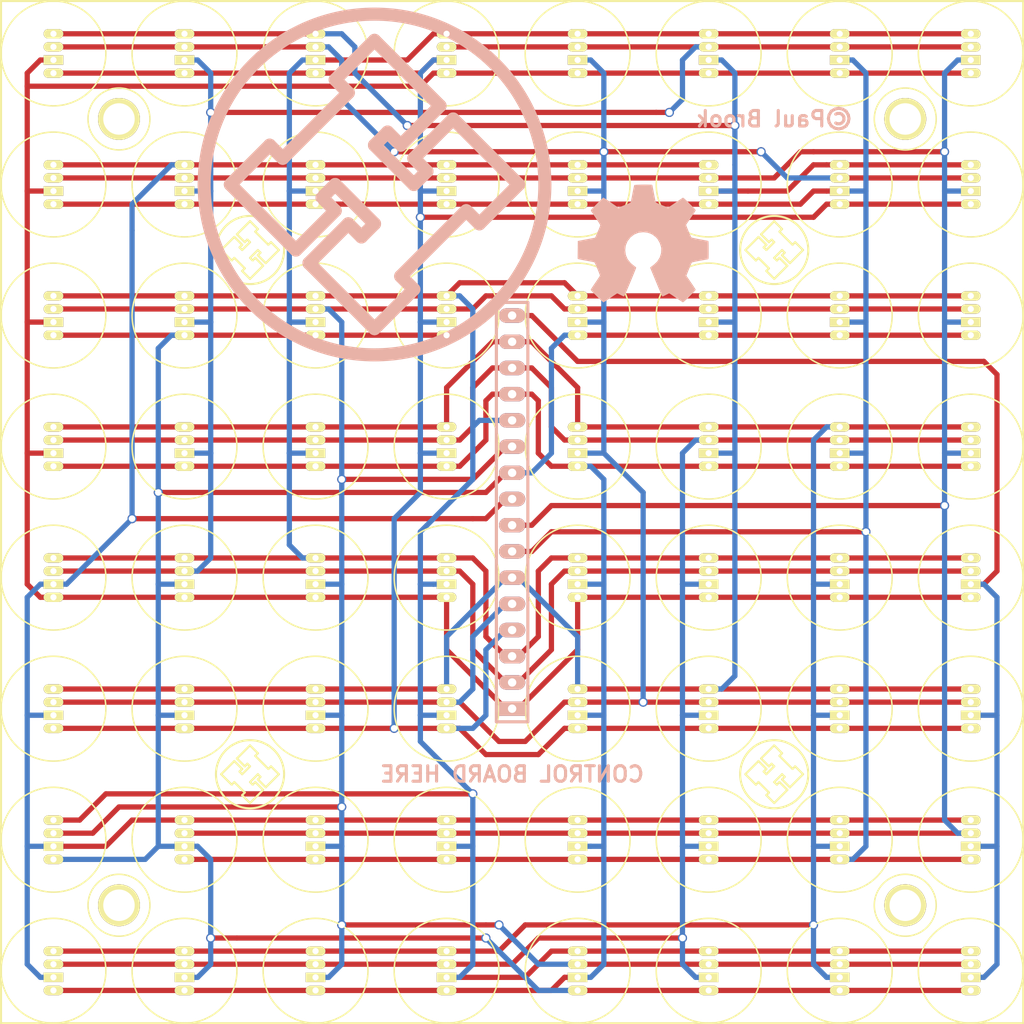
<source format=kicad_pcb>
(kicad_pcb (version 20221018) (generator pcbnew)
  (layers (0 "F.Cu" signal) (31 "B.Cu" signal) (34 "B.Paste" user) (35 "F.Paste" user) (36 "B.SilkS" user) (37 "F.SilkS" user) (38 "B.Mask" user) (39 "F.Mask" user) (44 "Edge.Cuts" user))
  (net 0 "")
  (net 1 "/A")
  (net 2 "/B")
  (net 3 "/C")
  (net 4 "/D")
  (net 5 "/E")
  (net 6 "/F")
  (net 7 "/G")
  (net 8 "/H")
  (net 9 "/J")
  (net 10 "/K")
  (net 11 "/M")
  (net 12 "/N")
  (net 13 "/P")
  (net 14 "/Q")
  (net 15 "/R")
  (net 16 "/S")
  (footprint "RGB_LED_10_S" (layer "F.Cu") (at 31.75 31.75 90)
    (fp_text reference "D1" hide)
    (fp_text value "RGBLED" hide)
  )
  (footprint "RGB_LED_10_S" (layer "F.Cu") (at 31.75 44.45 90)
    (fp_text reference "D2" hide)
    (fp_text value "RGBLED" hide)
  )
  (footprint "RGB_LED_10_S" (layer "F.Cu") (at 31.75 57.15 90)
    (fp_text reference "D3" hide)
    (fp_text value "RGBLED" hide)
  )
  (footprint "RGB_LED_10_S" (layer "F.Cu") (at 31.75 69.85 90)
    (fp_text reference "D4" hide)
    (fp_text value "RGBLED" hide)
  )
  (footprint "RGB_LED_10_S" (layer "F.Cu") (at 31.75 82.55 90)
    (fp_text reference "D5" hide)
    (fp_text value "RGBLED" hide)
  )
  (footprint "RGB_LED_10_S" (layer "F.Cu") (at 31.75 95.25 90)
    (fp_text reference "D6" hide)
    (fp_text value "RGBLED" hide)
  )
  (footprint "RGB_LED_10_S" (layer "F.Cu") (at 31.75 107.95 90)
    (fp_text reference "D7" hide)
    (fp_text value "RGBLED" hide)
  )
  (footprint "RGB_LED_10_S" (layer "F.Cu") (at 31.75 120.65 90)
    (fp_text reference "D8" hide)
    (fp_text value "RGBLED" hide)
  )
  (footprint "RGB_LED_10_S" (layer "F.Cu") (at 44.45 31.75 90)
    (fp_text reference "D9" hide)
    (fp_text value "RGBLED" hide)
  )
  (footprint "RGB_LED_10_S" (layer "F.Cu") (at 44.45 44.45 90)
    (fp_text reference "D10" hide)
    (fp_text value "RGBLED" hide)
  )
  (footprint "RGB_LED_10_S" (layer "F.Cu") (at 44.45 57.15 90)
    (fp_text reference "D11" hide)
    (fp_text value "RGBLED" hide)
  )
  (footprint "RGB_LED_10_S" (layer "F.Cu") (at 44.45 69.85 90)
    (fp_text reference "D12" hide)
    (fp_text value "RGBLED" hide)
  )
  (footprint "RGB_LED_10_S" (layer "F.Cu") (at 44.45 82.55 90)
    (fp_text reference "D13" hide)
    (fp_text value "RGBLED" hide)
  )
  (footprint "RGB_LED_10_S" (layer "F.Cu") (at 44.45 95.25 90)
    (fp_text reference "D14" hide)
    (fp_text value "RGBLED" hide)
  )
  (footprint "RGB_LED_10_S" (layer "F.Cu") (at 44.45 107.95 90)
    (fp_text reference "D15" hide)
    (fp_text value "RGBLED" hide)
  )
  (footprint "RGB_LED_10_S" (layer "F.Cu") (at 82.55 31.75 90)
    (fp_text reference "D33" hide)
    (fp_text value "RGBLED" hide)
  )
  (footprint "RGB_LED_10_S" (layer "F.Cu") (at 107.95 31.75 90)
    (fp_text reference "D49" hide)
    (fp_text value "RGBLED" hide)
  )
  (footprint "RGB_LED_10_S" (layer "F.Cu") (at 107.95 44.45 90)
    (fp_text reference "D50" hide)
    (fp_text value "RGBLED" hide)
  )
  (footprint "RGB_LED_10_S" (layer "F.Cu") (at 107.95 57.15 90)
    (fp_text reference "D51" hide)
    (fp_text value "RGBLED" hide)
  )
  (footprint "RGB_LED_10_S" (layer "F.Cu") (at 107.95 69.85 90)
    (fp_text reference "D52" hide)
    (fp_text value "RGBLED" hide)
  )
  (footprint "RGB_LED_10_S" (layer "F.Cu") (at 107.95 82.55 90)
    (fp_text reference "D53" hide)
    (fp_text value "RGBLED" hide)
  )
  (footprint "RGB_LED_10_S" (layer "F.Cu") (at 44.45 120.65 90)
    (fp_text reference "D16" hide)
    (fp_text value "RGBLED" hide)
  )
  (footprint "RGB_LED_10_S" (layer "F.Cu") (at 57.15 31.75 90)
    (fp_text reference "D17" hide)
    (fp_text value "RGBLED" hide)
  )
  (footprint "RGB_LED_10_S" (layer "F.Cu") (at 57.15 44.45 90)
    (fp_text reference "D18" hide)
    (fp_text value "RGBLED" hide)
  )
  (footprint "RGB_LED_10_S" (layer "F.Cu") (at 57.15 57.15 90)
    (fp_text reference "D19" hide)
    (fp_text value "RGBLED" hide)
  )
  (footprint "RGB_LED_10_S" (layer "F.Cu") (at 69.85 31.75 90)
    (fp_text reference "D25" hide)
    (fp_text value "RGBLED" hide)
  )
  (footprint "RGB_LED_10_S" (layer "F.Cu") (at 69.85 44.45 90)
    (fp_text reference "D26" hide)
    (fp_text value "RGBLED" hide)
  )
  (footprint "RGB_LED_10_S" (layer "F.Cu") (at 69.85 57.15 90)
    (fp_text reference "D27" hide)
    (fp_text value "RGBLED" hide)
  )
  (footprint "RGB_LED_10_S" (layer "F.Cu") (at 120.65 82.55 90)
    (fp_text reference "D61" hide)
    (fp_text value "RGBLED" hide)
  )
  (footprint "RGB_LED_10_S" (layer "F.Cu") (at 82.55 44.45 90)
    (fp_text reference "D34" hide)
    (fp_text value "RGBLED" hide)
  )
  (footprint "RGB_LED_10_S" (layer "F.Cu") (at 82.55 57.15 90)
    (fp_text reference "D35" hide)
    (fp_text value "RGBLED" hide)
  )
  (footprint "RGB_LED_10_S" (layer "F.Cu") (at 95.25 95.25 90)
    (fp_text reference "D46" hide)
    (fp_text value "RGBLED" hide)
  )
  (footprint "RGB_LED_10_S" (layer "F.Cu") (at 95.25 107.95 90)
    (fp_text reference "D47" hide)
    (fp_text value "RGBLED" hide)
  )
  (footprint "RGB_LED_10_S" (layer "F.Cu") (at 95.25 120.65 90)
    (fp_text reference "D48" hide)
    (fp_text value "RGBLED" hide)
  )
  (footprint "RGB_LED_10_S" (layer "F.Cu") (at 107.95 95.25 90)
    (fp_text reference "D54" hide)
    (fp_text value "RGBLED" hide)
  )
  (footprint "RGB_LED_10_S" (layer "F.Cu") (at 107.95 107.95 90)
    (fp_text reference "D55" hide)
    (fp_text value "RGBLED" hide)
  )
  (footprint "RGB_LED_10_S" (layer "F.Cu") (at 107.95 120.65 90)
    (fp_text reference "D56" hide)
    (fp_text value "RGBLED" hide)
  )
  (footprint "RGB_LED_10_S" (layer "F.Cu") (at 120.65 95.25 90)
    (fp_text reference "D62" hide)
    (fp_text value "RGBLED" hide)
  )
  (footprint "RGB_LED_10_S" (layer "F.Cu") (at 120.65 107.95 90)
    (fp_text reference "D63" hide)
    (fp_text value "RGBLED" hide)
  )
  (footprint "RGB_LED_10_S" (layer "F.Cu") (at 120.65 120.65 90)
    (fp_text reference "D64" hide)
    (fp_text value "RGBLED" hide)
  )
  (footprint "RGB_LED_10_S" (layer "F.Cu") (at 82.55 95.25 90)
    (fp_text reference "D38" hide)
    (fp_text value "RGBLED" hide)
  )
  (footprint "RGB_LED_10_S" (layer "F.Cu") (at 57.15 82.55 90)
    (fp_text reference "D21" hide)
    (fp_text value "RGBLED" hide)
  )
  (footprint "RGB_LED_10_S" (layer "F.Cu") (at 57.15 95.25 90)
    (fp_text reference "D22" hide)
    (fp_text value "RGBLED" hide)
  )
  (footprint "RGB_LED_10_S" (layer "F.Cu") (at 57.15 107.95 90)
    (fp_text reference "D23" hide)
    (fp_text value "RGBLED" hide)
  )
  (footprint "RGB_LED_10_S" (layer "F.Cu") (at 57.15 120.65 90)
    (fp_text reference "D24" hide)
    (fp_text value "RGBLED" hide)
  )
  (footprint "RGB_LED_10_S" (layer "F.Cu") (at 69.85 69.85 90)
    (fp_text reference "D28" hide)
    (fp_text value "RGBLED" hide)
  )
  (footprint "RGB_LED_10_S" (layer "F.Cu") (at 69.85 82.55 90)
    (fp_text reference "D29" hide)
    (fp_text value "RGBLED" hide)
  )
  (footprint "RGB_LED_10_S" (layer "F.Cu") (at 69.85 95.25 90)
    (fp_text reference "D30" hide)
    (fp_text value "RGBLED" hide)
  )
  (footprint "RGB_LED_10_S" (layer "F.Cu") (at 69.85 107.95 90)
    (fp_text reference "D31" hide)
    (fp_text value "RGBLED" hide)
  )
  (footprint "RGB_LED_10_S" (layer "F.Cu") (at 69.85 120.65 90)
    (fp_text reference "D32" hide)
    (fp_text value "RGBLED" hide)
  )
  (footprint "RGB_LED_10_S" (layer "F.Cu") (at 82.55 69.85 90)
    (fp_text reference "D36" hide)
    (fp_text value "RGBLED" hide)
  )
  (footprint "RGB_LED_10_S" (layer "F.Cu") (at 82.55 82.55 90)
    (fp_text reference "D37" hide)
    (fp_text value "RGBLED" hide)
  )
  (footprint "RGB_LED_10_S" (layer "F.Cu") (at 57.15 69.85 90)
    (fp_text reference "D20" hide)
    (fp_text value "RGBLED" hide)
  )
  (footprint "RGB_LED_10_S" (layer "F.Cu") (at 82.55 107.95 90)
    (fp_text reference "D39" hide)
    (fp_text value "RGBLED" hide)
  )
  (footprint "RGB_LED_10_S" (layer "F.Cu") (at 82.55 120.65 90)
    (fp_text reference "D40" hide)
    (fp_text value "RGBLED" hide)
  )
  (footprint "RGB_LED_10_S" (layer "F.Cu") (at 95.25 31.75 90)
    (fp_text reference "D41" hide)
    (fp_text value "RGBLED" hide)
  )
  (footprint "RGB_LED_10_S" (layer "F.Cu") (at 95.25 44.45 90)
    (fp_text reference "D42" hide)
    (fp_text value "RGBLED" hide)
  )
  (footprint "RGB_LED_10_S" (layer "F.Cu") (at 95.25 57.15 90)
    (fp_text reference "D43" hide)
    (fp_text value "RGBLED" hide)
  )
  (footprint "RGB_LED_10_S" (layer "F.Cu") (at 95.25 69.85 90)
    (fp_text reference "D44" hide)
    (fp_text value "RGBLED" hide)
  )
  (footprint "RGB_LED_10_S" (layer "F.Cu") (at 95.25 82.55 90)
    (fp_text reference "D45" hide)
    (fp_text value "RGBLED" hide)
  )
  (footprint "RGB_LED_10_S" (layer "F.Cu") (at 120.65 31.75 90)
    (fp_text reference "D57" hide)
    (fp_text value "RGBLED" hide)
  )
  (footprint "RGB_LED_10_S" (layer "F.Cu") (at 120.65 44.45 90)
    (fp_text reference "D58" hide)
    (fp_text value "RGBLED" hide)
  )
  (footprint "RGB_LED_10_S" (layer "F.Cu") (at 120.65 57.15 90)
    (fp_text reference "D59" hide)
    (fp_text value "RGBLED" hide)
  )
  (footprint "RGB_LED_10_S" (layer "F.Cu") (at 120.65 69.85 90)
    (fp_text reference "D60" hide)
    (fp_text value "RGBLED" hide)
  )
  (footprint "HOLE3" (layer "F.Cu") (at 114.3 113.665 -90)
    (fp_text reference "P2" hide)
    (fp_text value "CONN_1" hide)
  )
  (footprint "HOLE3" (layer "F.Cu") (at 38.1 113.665 -90)
    (fp_text reference "P3" hide)
    (fp_text value "CONN_1" hide)
  )
  (footprint "HOLE3" (layer "F.Cu") (at 114.3 37.465 -90)
    (fp_text reference "P4" hide)
    (fp_text value "CONN_1" hide)
  )
  (footprint "HOLE3" (layer "F.Cu") (at 38.1 37.465)
    (fp_text reference "P5" hide)
    (fp_text value "CONN_1" hide)
  )
  (footprint "LOGO_SMALL" (layer "F.Cu") (at 101.6 100.965)
    (fp_text reference "LOGO_SMALL3" hide)
    (fp_text value "LOGO_S3" hide)
  )
  (footprint "LOGO_SMALL" (layer "F.Cu") (at 50.8 100.965)
    (fp_text reference "LOGO_SMALL2" hide)
    (fp_text value "LOGO_S2" hide)
  )
  (footprint "LOGO_SMALL" (layer "F.Cu") (at 50.8 50.165)
    (fp_text reference "LOGO_SMALL1" hide)
    (fp_text value "LOGO_S1" hide)
  )
  (footprint "LOGO_SMALL" (layer "F.Cu") (at 101.6 50.165)
    (fp_text reference "LOGO_SMALL4" hide)
    (fp_text value "LOGO_S4" hide)
  )
  (footprint "SIL-16-ELL" (layer "B.Cu") (at 76.2 75.565 90)
    (fp_text reference "P1" hide)
    (fp_text value "CONN_16" hide)
  )
  (footprint "HACKSPACE_LOGO" (layer "B.Cu") (at 62.865 43.815)
    (fp_text reference "HACKSPACE_LOGO" hide)
    (fp_text value "VAL**" hide)
  )
  (footprint "OSHW_LOGO" (layer "B.Cu") (at 88.9 49.53)
    (fp_text reference "G***" hide)
    (fp_text value "OSHW_LOGO" hide)
  )
  (gr_line (start 125.73 26.035) (end 125.73 125.095) (stroke (width 0.2)) (layer "F.SilkS"))
  (gr_line (start 125.73 125.095) (end 26.67 125.095) (stroke (width 0.2)) (layer "F.SilkS"))
  (gr_line (start 26.67 26.035) (end 125.73 26.035) (stroke (width 0.2)) (layer "F.SilkS"))
  (gr_line (start 26.67 125.095) (end 26.67 26.035) (stroke (width 0.2)) (layer "F.SilkS"))
  (gr_text "CONTROL BOARD HERE" (at 76.2 100.965) (layer "B.SilkS") (effects (font (size 1.5 1.5) (thickness 0.3)) (justify mirror)))
  (gr_text "©Paul Brook" (at 101.6 37.465) (layer "B.SilkS") (effects (font (size 1.5 1.5) (thickness 0.3)) (justify mirror)))
  (segment (start 82.55 33.02) (end 95.25 33.02) (width 0.508) (layer "F.Cu") (net 1))
  (segment (start 95.25 33.02) (end 107.95 33.02) (width 0.508) (layer "F.Cu") (net 1))
  (segment (start 107.95 33.02) (end 120.65 33.02) (width 0.508) (layer "F.Cu") (net 1))
  (segment (start 107.95 83.82) (end 95.25 83.82) (width 0.508) (layer "F.Cu") (net 1))
  (segment (start 95.25 83.82) (end 82.55 83.82) (width 0.508) (layer "F.Cu") (net 1))
  (segment (start 57.15 83.82) (end 44.45 83.82) (width 0.508) (layer "F.Cu") (net 1))
  (segment (start 44.45 83.82) (end 31.75 83.82) (width 0.508) (layer "F.Cu") (net 1))
  (segment (start 30.48 31.75) (end 29.21 33.02) (width 0.508) (layer "F.Cu") (net 1))
  (segment (start 29.21 33.02) (end 29.21 34.29) (width 0.508) (layer "F.Cu") (net 1))
  (segment (start 29.21 82.55) (end 30.48 83.82) (width 0.508) (layer "F.Cu") (net 1))
  (segment (start 30.48 83.82) (end 31.75 83.82) (width 0.508) (layer "F.Cu") (net 1))
  (segment (start 29.21 69.85) (end 29.21 82.55) (width 0.508) (layer "F.Cu") (net 1))
  (segment (start 29.21 57.15) (end 29.21 69.85) (width 0.508) (layer "F.Cu") (net 1))
  (segment (start 29.21 44.45) (end 29.21 57.15) (width 0.508) (layer "F.Cu") (net 1))
  (segment (start 29.21 34.29) (end 29.21 44.45) (width 0.508) (layer "F.Cu") (net 1))
  (segment (start 68.58 33.02) (end 69.85 33.02) (width 0.508) (layer "F.Cu") (net 1))
  (segment (start 75.565 94.615) (end 71.12 90.17) (width 0.508) (layer "F.Cu") (net 1))
  (segment (start 76.835 94.615) (end 81.28 90.17) (width 0.508) (layer "F.Cu") (net 1))
  (segment (start 69.85 88.9) (end 71.12 90.17) (width 0.508) (layer "F.Cu") (net 1))
  (segment (start 82.55 88.9) (end 81.28 90.17) (width 0.508) (layer "F.Cu") (net 1))
  (segment (start 69.85 83.82) (end 69.85 88.9) (width 0.508) (layer "F.Cu") (net 1))
  (segment (start 67.31 34.29) (end 68.58 33.02) (width 0.508) (layer "F.Cu") (net 1))
  (segment (start 31.75 69.85) (end 29.21 69.85) (width 0.508) (layer "F.Cu") (net 1))
  (segment (start 82.55 83.82) (end 82.55 88.9) (width 0.508) (layer "F.Cu") (net 1))
  (segment (start 31.75 44.45) (end 29.21 44.45) (width 0.508) (layer "F.Cu") (net 1))
  (segment (start 69.85 83.82) (end 57.15 83.82) (width 0.508) (layer "F.Cu") (net 1))
  (segment (start 69.85 33.02) (end 82.55 33.02) (width 0.508) (layer "F.Cu") (net 1))
  (segment (start 29.21 34.29) (end 67.31 34.29) (width 0.508) (layer "F.Cu") (net 1))
  (segment (start 76.2 94.615) (end 75.565 94.615) (width 0.508) (layer "F.Cu") (net 1))
  (segment (start 31.75 57.15) (end 29.21 57.15) (width 0.508) (layer "F.Cu") (net 1))
  (segment (start 31.75 31.75) (end 30.48 31.75) (width 0.508) (layer "F.Cu") (net 1))
  (segment (start 76.2 94.615) (end 76.835 94.615) (width 0.508) (layer "F.Cu") (net 1))
  (segment (start 120.65 83.82) (end 107.95 83.82) (width 0.508) (layer "F.Cu") (net 1))
  (segment (start 107.95 30.48) (end 95.25 30.48) (width 0.508) (layer "F.Cu") (net 2))
  (segment (start 95.25 30.48) (end 82.55 30.48) (width 0.508) (layer "F.Cu") (net 2))
  (segment (start 82.55 30.48) (end 69.85 30.48) (width 0.508) (layer "F.Cu") (net 2))
  (segment (start 107.95 81.28) (end 95.25 81.28) (width 0.508) (layer "F.Cu") (net 2))
  (segment (start 95.25 81.28) (end 82.55 81.28) (width 0.508) (layer "F.Cu") (net 2))
  (segment (start 57.15 81.28) (end 44.45 81.28) (width 0.508) (layer "F.Cu") (net 2))
  (segment (start 44.45 81.28) (end 31.75 81.28) (width 0.508) (layer "F.Cu") (net 2))
  (segment (start 72.39 82.55) (end 71.12 81.28) (width 0.508) (layer "F.Cu") (net 2))
  (segment (start 71.12 81.28) (end 69.85 81.28) (width 0.508) (layer "F.Cu") (net 2))
  (segment (start 75.565 92.075) (end 72.39 88.9) (width 0.508) (layer "F.Cu") (net 2))
  (segment (start 72.39 88.9) (end 72.39 82.55) (width 0.508) (layer "F.Cu") (net 2))
  (segment (start 76.835 92.075) (end 80.01 88.9) (width 0.508) (layer "F.Cu") (net 2))
  (segment (start 80.01 88.9) (end 80.01 82.55) (width 0.508) (layer "F.Cu") (net 2))
  (segment (start 80.01 82.55) (end 81.28 81.28) (width 0.508) (layer "F.Cu") (net 2))
  (segment (start 81.28 81.28) (end 82.55 81.28) (width 0.508) (layer "F.Cu") (net 2))
  (segment (start 91.44 36.83) (end 90.17 36.83) (width 0.508) (layer "F.Cu") (net 2))
  (segment (start 90.17 36.83) (end 46.99 36.83) (width 0.508) (layer "F.Cu") (net 2))
  (segment (start 120.65 81.28) (end 107.95 81.28) (width 0.508) (layer "F.Cu") (net 2))
  (segment (start 69.85 81.28) (end 57.15 81.28) (width 0.508) (layer "F.Cu") (net 2))
  (segment (start 76.2 92.075) (end 75.565 92.075) (width 0.508) (layer "F.Cu") (net 2))
  (segment (start 76.2 92.075) (end 76.835 92.075) (width 0.508) (layer "F.Cu") (net 2))
  (segment (start 120.65 30.48) (end 107.95 30.48) (width 0.508) (layer "F.Cu") (net 2))
  (via (at 91.44 36.83) (size 0.889) (drill 0.635) (layers "F.Cu" "B.Cu") (net 2))
  (via (at 46.99 36.83) (size 0.889) (drill 0.635) (layers "F.Cu" "B.Cu") (net 2))
  (segment (start 45.72 31.75) (end 46.99 33.02) (width 0.508) (layer "B.Cu") (net 2))
  (segment (start 46.99 33.02) (end 46.99 36.83) (width 0.508) (layer "B.Cu") (net 2))
  (segment (start 46.99 80.01) (end 45.72 81.28) (width 0.508) (layer "B.Cu") (net 2))
  (segment (start 45.72 81.28) (end 44.45 81.28) (width 0.508) (layer "B.Cu") (net 2))
  (segment (start 46.99 69.85) (end 46.99 80.01) (width 0.508) (layer "B.Cu") (net 2))
  (segment (start 46.99 57.15) (end 46.99 69.85) (width 0.508) (layer "B.Cu") (net 2))
  (segment (start 46.99 44.45) (end 46.99 57.15) (width 0.508) (layer "B.Cu") (net 2))
  (segment (start 46.99 36.83) (end 46.99 44.45) (width 0.508) (layer "B.Cu") (net 2))
  (segment (start 92.71 31.75) (end 93.98 30.48) (width 0.508) (layer "B.Cu") (net 2))
  (segment (start 95.25 30.48) (end 93.98 30.48) (width 0.508) (layer "B.Cu") (net 2))
  (segment (start 92.71 35.56) (end 92.71 31.75) (width 0.508) (layer "B.Cu") (net 2))
  (segment (start 44.45 44.45) (end 46.99 44.45) (width 0.508) (layer "B.Cu") (net 2))
  (segment (start 44.45 31.75) (end 45.72 31.75) (width 0.508) (layer "B.Cu") (net 2))
  (segment (start 92.71 35.56) (end 91.44 36.83) (width 0.508) (layer "B.Cu") (net 2))
  (segment (start 44.45 69.85) (end 46.99 69.85) (width 0.508) (layer "B.Cu") (net 2))
  (segment (start 46.99 57.15) (end 44.45 57.15) (width 0.508) (layer "B.Cu") (net 2))
  (segment (start 82.55 29.21) (end 95.25 29.21) (width 0.508) (layer "F.Cu") (net 3))
  (segment (start 95.25 29.21) (end 107.95 29.21) (width 0.508) (layer "F.Cu") (net 3))
  (segment (start 107.95 29.21) (end 120.65 29.21) (width 0.508) (layer "F.Cu") (net 3))
  (segment (start 107.95 80.01) (end 95.25 80.01) (width 0.508) (layer "F.Cu") (net 3))
  (segment (start 95.25 80.01) (end 82.55 80.01) (width 0.508) (layer "F.Cu") (net 3))
  (segment (start 44.45 80.01) (end 31.75 80.01) (width 0.508) (layer "F.Cu") (net 3))
  (segment (start 57.15 80.01) (end 69.85 80.01) (width 0.508) (layer "F.Cu") (net 3))
  (segment (start 66.04 31.75) (end 68.58 29.21) (width 0.508) (layer "F.Cu") (net 3))
  (segment (start 68.58 29.21) (end 69.85 29.21) (width 0.508) (layer "F.Cu") (net 3))
  (segment (start 73.66 81.28) (end 72.39 80.01) (width 0.508) (layer "F.Cu") (net 3))
  (segment (start 72.39 80.01) (end 69.85 80.01) (width 0.508) (layer "F.Cu") (net 3))
  (segment (start 75.565 89.535) (end 73.66 87.63) (width 0.508) (layer "F.Cu") (net 3))
  (segment (start 73.66 87.63) (end 73.66 81.28) (width 0.508) (layer "F.Cu") (net 3))
  (segment (start 76.835 89.535) (end 78.74 87.63) (width 0.508) (layer "F.Cu") (net 3))
  (segment (start 78.74 87.63) (end 78.74 81.28) (width 0.508) (layer "F.Cu") (net 3))
  (segment (start 78.74 81.28) (end 80.01 80.01) (width 0.508) (layer "F.Cu") (net 3))
  (segment (start 80.01 80.01) (end 82.55 80.01) (width 0.508) (layer "F.Cu") (net 3))
  (segment (start 69.85 29.21) (end 82.55 29.21) (width 0.508) (layer "F.Cu") (net 3))
  (segment (start 44.45 80.01) (end 57.15 80.01) (width 0.508) (layer "F.Cu") (net 3))
  (segment (start 57.15 31.75) (end 66.04 31.75) (width 0.508) (layer "F.Cu") (net 3))
  (segment (start 120.65 80.01) (end 107.95 80.01) (width 0.508) (layer "F.Cu") (net 3))
  (segment (start 76.2 89.535) (end 76.835 89.535) (width 0.508) (layer "F.Cu") (net 3))
  (segment (start 76.2 89.535) (end 75.565 89.535) (width 0.508) (layer "F.Cu") (net 3))
  (segment (start 55.88 31.75) (end 54.61 33.02) (width 0.508) (layer "B.Cu") (net 3))
  (segment (start 54.61 33.02) (end 54.61 44.45) (width 0.508) (layer "B.Cu") (net 3))
  (segment (start 54.61 78.74) (end 55.88 80.01) (width 0.508) (layer "B.Cu") (net 3))
  (segment (start 55.88 80.01) (end 57.15 80.01) (width 0.508) (layer "B.Cu") (net 3))
  (segment (start 54.61 69.85) (end 54.61 78.74) (width 0.508) (layer "B.Cu") (net 3))
  (segment (start 54.61 57.15) (end 54.61 69.85) (width 0.508) (layer "B.Cu") (net 3))
  (segment (start 54.61 44.45) (end 54.61 57.15) (width 0.508) (layer "B.Cu") (net 3))
  (segment (start 57.15 44.45) (end 54.61 44.45) (width 0.508) (layer "B.Cu") (net 3))
  (segment (start 57.15 31.75) (end 55.88 31.75) (width 0.508) (layer "B.Cu") (net 3))
  (segment (start 57.15 69.85) (end 54.61 69.85) (width 0.508) (layer "B.Cu") (net 3))
  (segment (start 57.15 57.15) (end 54.61 57.15) (width 0.508) (layer "B.Cu") (net 3))
  (segment (start 44.45 33.02) (end 31.75 33.02) (width 0.508) (layer "F.Cu") (net 4))
  (segment (start 107.95 96.52) (end 95.25 96.52) (width 0.508) (layer "F.Cu") (net 4))
  (segment (start 95.25 96.52) (end 82.55 96.52) (width 0.508) (layer "F.Cu") (net 4))
  (segment (start 57.15 96.52) (end 44.45 96.52) (width 0.508) (layer "F.Cu") (net 4))
  (segment (start 44.45 96.52) (end 31.75 96.52) (width 0.508) (layer "F.Cu") (net 4))
  (segment (start 68.58 31.75) (end 67.31 33.02) (width 0.508) (layer "F.Cu") (net 4))
  (segment (start 67.31 33.02) (end 57.15 33.02) (width 0.508) (layer "F.Cu") (net 4))
  (segment (start 64.77 96.52) (end 57.15 96.52) (width 0.508) (layer "F.Cu") (net 4))
  (segment (start 71.12 96.52) (end 73.66 99.06) (width 0.508) (layer "F.Cu") (net 4))
  (segment (start 73.66 99.06) (end 78.74 99.06) (width 0.508) (layer "F.Cu") (net 4))
  (segment (start 78.74 99.06) (end 81.28 96.52) (width 0.508) (layer "F.Cu") (net 4))
  (segment (start 81.28 96.52) (end 82.55 96.52) (width 0.508) (layer "F.Cu") (net 4))
  (segment (start 106.68 45.72) (end 105.41 46.99) (width 0.508) (layer "F.Cu") (net 4))
  (segment (start 105.41 46.99) (end 67.31 46.99) (width 0.508) (layer "F.Cu") (net 4))
  (segment (start 57.15 33.02) (end 44.45 33.02) (width 0.508) (layer "F.Cu") (net 4))
  (segment (start 120.65 45.72) (end 107.95 45.72) (width 0.508) (layer "F.Cu") (net 4))
  (segment (start 107.95 45.72) (end 106.68 45.72) (width 0.508) (layer "F.Cu") (net 4))
  (segment (start 69.85 96.52) (end 64.77 96.52) (width 0.508) (layer "F.Cu") (net 4))
  (segment (start 69.85 31.75) (end 68.58 31.75) (width 0.508) (layer "F.Cu") (net 4))
  (segment (start 120.65 96.52) (end 107.95 96.52) (width 0.508) (layer "F.Cu") (net 4))
  (segment (start 69.85 96.52) (end 71.12 96.52) (width 0.508) (layer "F.Cu") (net 4))
  (via (at 67.31 46.99) (size 0.889) (drill 0.635) (layers "F.Cu" "B.Cu") (net 4))
  (via (at 64.77 96.52) (size 0.889) (drill 0.635) (layers "F.Cu" "B.Cu") (net 4))
  (segment (start 68.58 31.75) (end 67.31 33.02) (width 0.508) (layer "B.Cu") (net 4))
  (segment (start 67.31 33.02) (end 67.31 44.45) (width 0.508) (layer "B.Cu") (net 4))
  (segment (start 67.31 69.85) (end 67.31 73.66) (width 0.508) (layer "B.Cu") (net 4))
  (segment (start 67.31 57.15) (end 67.31 69.85) (width 0.508) (layer "B.Cu") (net 4))
  (segment (start 67.31 44.45) (end 67.31 46.99) (width 0.508) (layer "B.Cu") (net 4))
  (segment (start 64.77 76.2) (end 64.77 96.52) (width 0.508) (layer "B.Cu") (net 4))
  (segment (start 75.565 86.995) (end 73.66 88.9) (width 0.508) (layer "B.Cu") (net 4))
  (segment (start 73.66 88.9) (end 73.66 95.25) (width 0.508) (layer "B.Cu") (net 4))
  (segment (start 73.66 95.25) (end 72.39 96.52) (width 0.508) (layer "B.Cu") (net 4))
  (segment (start 72.39 96.52) (end 69.85 96.52) (width 0.508) (layer "B.Cu") (net 4))
  (segment (start 67.31 46.99) (end 67.31 57.15) (width 0.508) (layer "B.Cu") (net 4))
  (segment (start 76.2 86.995) (end 75.565 86.995) (width 0.508) (layer "B.Cu") (net 4))
  (segment (start 69.85 31.75) (end 68.58 31.75) (width 0.508) (layer "B.Cu") (net 4))
  (segment (start 69.85 44.45) (end 67.31 44.45) (width 0.508) (layer "B.Cu") (net 4))
  (segment (start 69.85 69.85) (end 67.31 69.85) (width 0.508) (layer "B.Cu") (net 4))
  (segment (start 67.31 73.66) (end 64.77 76.2) (width 0.508) (layer "B.Cu") (net 4))
  (segment (start 69.85 57.15) (end 67.31 57.15) (width 0.508) (layer "B.Cu") (net 4))
  (segment (start 44.45 30.48) (end 57.15 30.48) (width 0.508) (layer "F.Cu") (net 5))
  (segment (start 107.95 93.98) (end 95.25 93.98) (width 0.508) (layer "F.Cu") (net 5))
  (segment (start 95.25 93.98) (end 88.9 93.98) (width 0.508) (layer "F.Cu") (net 5))
  (segment (start 57.15 93.98) (end 44.45 93.98) (width 0.508) (layer "F.Cu") (net 5))
  (segment (start 44.45 93.98) (end 31.75 93.98) (width 0.508) (layer "F.Cu") (net 5))
  (segment (start 88.9 93.98) (end 82.55 93.98) (width 0.508) (layer "F.Cu") (net 5))
  (segment (start 81.28 93.98) (end 77.47 97.79) (width 0.508) (layer "F.Cu") (net 5))
  (segment (start 77.47 97.79) (end 74.93 97.79) (width 0.508) (layer "F.Cu") (net 5))
  (segment (start 74.93 97.79) (end 71.12 93.98) (width 0.508) (layer "F.Cu") (net 5))
  (segment (start 71.12 93.98) (end 69.85 93.98) (width 0.508) (layer "F.Cu") (net 5))
  (segment (start 100.33 40.64) (end 85.09 40.64) (width 0.508) (layer "F.Cu") (net 5))
  (segment (start 120.65 93.98) (end 107.95 93.98) (width 0.508) (layer "F.Cu") (net 5))
  (segment (start 31.75 30.48) (end 44.45 30.48) (width 0.508) (layer "F.Cu") (net 5))
  (segment (start 120.65 43.18) (end 107.95 43.18) (width 0.508) (layer "F.Cu") (net 5))
  (segment (start 85.09 40.64) (end 66.04 40.64) (width 0.508) (layer "F.Cu") (net 5))
  (segment (start 69.85 93.98) (end 57.15 93.98) (width 0.508) (layer "F.Cu") (net 5))
  (segment (start 82.55 93.98) (end 81.28 93.98) (width 0.508) (layer "F.Cu") (net 5))
  (segment (start 66.04 40.64) (end 64.77 40.64) (width 0.508) (layer "F.Cu") (net 5))
  (via (at 64.77 40.64) (size 0.889) (drill 0.635) (layers "F.Cu" "B.Cu") (net 5))
  (via (at 88.9 93.98) (size 0.889) (drill 0.635) (layers "F.Cu" "B.Cu") (net 5))
  (via (at 85.09 40.64) (size 0.889) (drill 0.635) (layers "F.Cu" "B.Cu") (net 5))
  (via (at 100.33 40.64) (size 0.889) (drill 0.635) (layers "F.Cu" "B.Cu") (net 5))
  (segment (start 83.82 31.75) (end 85.09 33.02) (width 0.508) (layer "B.Cu") (net 5))
  (segment (start 85.09 33.02) (end 85.09 40.64) (width 0.508) (layer "B.Cu") (net 5))
  (segment (start 85.09 57.15) (end 85.09 69.85) (width 0.508) (layer "B.Cu") (net 5))
  (segment (start 85.09 44.45) (end 85.09 57.15) (width 0.508) (layer "B.Cu") (net 5))
  (segment (start 72.39 92.71) (end 71.12 93.98) (width 0.508) (layer "B.Cu") (net 5))
  (segment (start 71.12 93.98) (end 69.85 93.98) (width 0.508) (layer "B.Cu") (net 5))
  (segment (start 75.565 84.455) (end 72.39 87.63) (width 0.508) (layer "B.Cu") (net 5))
  (segment (start 72.39 87.63) (end 72.39 92.71) (width 0.508) (layer "B.Cu") (net 5))
  (segment (start 88.9 73.66) (end 88.9 93.98) (width 0.508) (layer "B.Cu") (net 5))
  (segment (start 85.09 40.64) (end 85.09 44.45) (width 0.508) (layer "B.Cu") (net 5))
  (segment (start 102.87 43.18) (end 100.33 40.64) (width 0.508) (layer "B.Cu") (net 5))
  (segment (start 59.69 31.75) (end 58.42 30.48) (width 0.508) (layer "B.Cu") (net 5))
  (segment (start 58.42 30.48) (end 57.15 30.48) (width 0.508) (layer "B.Cu") (net 5))
  (segment (start 59.69 34.29) (end 59.69 31.75) (width 0.508) (layer "B.Cu") (net 5))
  (segment (start 64.77 40.64) (end 59.69 35.56) (width 0.508) (layer "B.Cu") (net 5))
  (segment (start 59.69 35.56) (end 59.69 34.29) (width 0.508) (layer "B.Cu") (net 5))
  (segment (start 82.55 31.75) (end 83.82 31.75) (width 0.508) (layer "B.Cu") (net 5))
  (segment (start 82.55 57.15) (end 85.09 57.15) (width 0.508) (layer "B.Cu") (net 5))
  (segment (start 107.95 43.18) (end 102.87 43.18) (width 0.508) (layer "B.Cu") (net 5))
  (segment (start 82.55 69.85) (end 85.09 69.85) (width 0.508) (layer "B.Cu") (net 5))
  (segment (start 85.09 69.85) (end 88.9 73.66) (width 0.508) (layer "B.Cu") (net 5))
  (segment (start 76.2 84.455) (end 75.565 84.455) (width 0.508) (layer "B.Cu") (net 5))
  (segment (start 82.55 44.45) (end 85.09 44.45) (width 0.508) (layer "B.Cu") (net 5))
  (segment (start 44.45 29.21) (end 57.15 29.21) (width 0.508) (layer "F.Cu") (net 6))
  (segment (start 107.95 92.71) (end 96.52 92.71) (width 0.508) (layer "F.Cu") (net 6))
  (segment (start 96.52 92.71) (end 95.25 92.71) (width 0.508) (layer "F.Cu") (net 6))
  (segment (start 95.25 92.71) (end 82.55 92.71) (width 0.508) (layer "F.Cu") (net 6))
  (segment (start 57.15 92.71) (end 44.45 92.71) (width 0.508) (layer "F.Cu") (net 6))
  (segment (start 44.45 92.71) (end 31.75 92.71) (width 0.508) (layer "F.Cu") (net 6))
  (segment (start 106.68 41.91) (end 107.95 41.91) (width 0.508) (layer "F.Cu") (net 6))
  (segment (start 105.41 41.91) (end 102.87 44.45) (width 0.508) (layer "F.Cu") (net 6))
  (segment (start 66.04 38.1) (end 97.79 38.1) (width 0.508) (layer "F.Cu") (net 6))
  (segment (start 31.75 29.21) (end 44.45 29.21) (width 0.508) (layer "F.Cu") (net 6))
  (segment (start 106.68 41.91) (end 105.41 41.91) (width 0.508) (layer "F.Cu") (net 6))
  (segment (start 120.65 41.91) (end 107.95 41.91) (width 0.508) (layer "F.Cu") (net 6))
  (segment (start 99.06 44.45) (end 102.87 44.45) (width 0.508) (layer "F.Cu") (net 6))
  (segment (start 69.85 92.71) (end 57.15 92.71) (width 0.508) (layer "F.Cu") (net 6))
  (segment (start 95.25 44.45) (end 99.06 44.45) (width 0.508) (layer "F.Cu") (net 6))
  (segment (start 120.65 92.71) (end 107.95 92.71) (width 0.508) (layer "F.Cu") (net 6))
  (via (at 66.04 38.1) (size 0.889) (drill 0.635) (layers "F.Cu" "B.Cu") (net 6))
  (via (at 97.79 38.1) (size 0.889) (drill 0.635) (layers "F.Cu" "B.Cu") (net 6))
  (segment (start 96.52 31.75) (end 97.79 33.02) (width 0.508) (layer "B.Cu") (net 6))
  (segment (start 97.79 33.02) (end 97.79 38.1) (width 0.508) (layer "B.Cu") (net 6))
  (segment (start 97.79 91.44) (end 96.52 92.71) (width 0.508) (layer "B.Cu") (net 6))
  (segment (start 96.52 92.71) (end 95.25 92.71) (width 0.508) (layer "B.Cu") (net 6))
  (segment (start 97.79 69.85) (end 97.79 91.44) (width 0.508) (layer "B.Cu") (net 6))
  (segment (start 97.79 57.15) (end 97.79 69.85) (width 0.508) (layer "B.Cu") (net 6))
  (segment (start 97.79 44.45) (end 97.79 57.15) (width 0.508) (layer "B.Cu") (net 6))
  (segment (start 97.79 41.91) (end 97.79 44.45) (width 0.508) (layer "B.Cu") (net 6))
  (segment (start 75.565 81.915) (end 71.12 86.36) (width 0.508) (layer "B.Cu") (net 6))
  (segment (start 69.85 87.63) (end 71.12 86.36) (width 0.508) (layer "B.Cu") (net 6))
  (segment (start 76.835 81.915) (end 82.55 87.63) (width 0.508) (layer "B.Cu") (net 6))
  (segment (start 82.55 87.63) (end 82.55 92.71) (width 0.508) (layer "B.Cu") (net 6))
  (segment (start 59.69 29.21) (end 60.96 30.48) (width 0.508) (layer "B.Cu") (net 6))
  (segment (start 60.96 30.48) (end 60.96 33.02) (width 0.508) (layer "B.Cu") (net 6))
  (segment (start 60.96 33.02) (end 66.04 38.1) (width 0.508) (layer "B.Cu") (net 6))
  (segment (start 97.79 38.1) (end 97.79 41.91) (width 0.508) (layer "B.Cu") (net 6))
  (segment (start 95.25 31.75) (end 96.52 31.75) (width 0.508) (layer "B.Cu") (net 6))
  (segment (start 76.2 81.915) (end 76.835 81.915) (width 0.508) (layer "B.Cu") (net 6))
  (segment (start 95.25 57.15) (end 97.79 57.15) (width 0.508) (layer "B.Cu") (net 6))
  (segment (start 76.2 81.915) (end 75.565 81.915) (width 0.508) (layer "B.Cu") (net 6))
  (segment (start 69.85 92.71) (end 69.85 87.63) (width 0.508) (layer "B.Cu") (net 6))
  (segment (start 95.25 69.85) (end 97.79 69.85) (width 0.508) (layer "B.Cu") (net 6))
  (segment (start 57.15 29.21) (end 59.69 29.21) (width 0.508) (layer "B.Cu") (net 6))
  (segment (start 95.25 44.45) (end 97.79 44.45) (width 0.508) (layer "B.Cu") (net 6))
  (segment (start 82.55 45.72) (end 69.85 45.72) (width 0.508) (layer "F.Cu") (net 7))
  (segment (start 57.15 45.72) (end 44.45 45.72) (width 0.508) (layer "F.Cu") (net 7))
  (segment (start 44.45 45.72) (end 31.75 45.72) (width 0.508) (layer "F.Cu") (net 7))
  (segment (start 107.95 109.22) (end 95.25 109.22) (width 0.508) (layer "F.Cu") (net 7))
  (segment (start 95.25 109.22) (end 82.55 109.22) (width 0.508) (layer "F.Cu") (net 7))
  (segment (start 82.55 109.22) (end 69.85 109.22) (width 0.508) (layer "F.Cu") (net 7))
  (segment (start 69.85 109.22) (end 57.15 109.22) (width 0.508) (layer "F.Cu") (net 7))
  (segment (start 57.15 109.22) (end 44.45 109.22) (width 0.508) (layer "F.Cu") (net 7))
  (segment (start 78.105 79.375) (end 80.01 77.47) (width 0.508) (layer "F.Cu") (net 7))
  (segment (start 80.01 77.47) (end 110.49 77.47) (width 0.508) (layer "F.Cu") (net 7))
  (segment (start 105.41 44.45) (end 104.14 45.72) (width 0.508) (layer "F.Cu") (net 7))
  (segment (start 104.14 45.72) (end 95.25 45.72) (width 0.508) (layer "F.Cu") (net 7))
  (segment (start 107.95 44.45) (end 106.68 44.45) (width 0.508) (layer "F.Cu") (net 7))
  (segment (start 95.25 45.72) (end 82.55 45.72) (width 0.508) (layer "F.Cu") (net 7))
  (segment (start 106.68 44.45) (end 105.41 44.45) (width 0.508) (layer "F.Cu") (net 7))
  (segment (start 69.85 45.72) (end 57.15 45.72) (width 0.508) (layer "F.Cu") (net 7))
  (segment (start 120.65 109.22) (end 107.95 109.22) (width 0.508) (layer "F.Cu") (net 7))
  (segment (start 76.2 79.375) (end 78.105 79.375) (width 0.508) (layer "F.Cu") (net 7))
  (via (at 110.49 77.47) (size 0.889) (drill 0.635) (layers "F.Cu" "B.Cu") (net 7))
  (segment (start 109.22 31.75) (end 110.49 33.02) (width 0.508) (layer "B.Cu") (net 7))
  (segment (start 110.49 33.02) (end 110.49 44.45) (width 0.508) (layer "B.Cu") (net 7))
  (segment (start 110.49 107.95) (end 109.22 109.22) (width 0.508) (layer "B.Cu") (net 7))
  (segment (start 109.22 109.22) (end 107.95 109.22) (width 0.508) (layer "B.Cu") (net 7))
  (segment (start 110.49 44.45) (end 110.49 57.15) (width 0.508) (layer "B.Cu") (net 7))
  (segment (start 110.49 57.15) (end 110.49 69.85) (width 0.508) (layer "B.Cu") (net 7))
  (segment (start 110.49 69.85) (end 110.49 77.47) (width 0.508) (layer "B.Cu") (net 7))
  (segment (start 110.49 77.47) (end 110.49 107.95) (width 0.508) (layer "B.Cu") (net 7))
  (segment (start 107.95 31.75) (end 109.22 31.75) (width 0.508) (layer "B.Cu") (net 7))
  (segment (start 107.95 69.85) (end 110.49 69.85) (width 0.508) (layer "B.Cu") (net 7))
  (segment (start 110.49 57.15) (end 107.95 57.15) (width 0.508) (layer "B.Cu") (net 7))
  (segment (start 107.95 44.45) (end 110.49 44.45) (width 0.508) (layer "B.Cu") (net 7))
  (segment (start 82.55 43.18) (end 69.85 43.18) (width 0.508) (layer "F.Cu") (net 8))
  (segment (start 69.85 43.18) (end 57.15 43.18) (width 0.508) (layer "F.Cu") (net 8))
  (segment (start 57.15 43.18) (end 44.45 43.18) (width 0.508) (layer "F.Cu") (net 8))
  (segment (start 44.45 43.18) (end 31.75 43.18) (width 0.508) (layer "F.Cu") (net 8))
  (segment (start 69.85 106.68) (end 82.55 106.68) (width 0.508) (layer "F.Cu") (net 8))
  (segment (start 82.55 106.68) (end 95.25 106.68) (width 0.508) (layer "F.Cu") (net 8))
  (segment (start 95.25 106.68) (end 107.95 106.68) (width 0.508) (layer "F.Cu") (net 8))
  (segment (start 107.95 106.68) (end 120.65 106.68) (width 0.508) (layer "F.Cu") (net 8))
  (segment (start 78.105 76.835) (end 80.01 74.93) (width 0.508) (layer "F.Cu") (net 8))
  (segment (start 80.01 74.93) (end 118.11 74.93) (width 0.508) (layer "F.Cu") (net 8))
  (segment (start 105.41 40.64) (end 118.11 40.64) (width 0.508) (layer "F.Cu") (net 8))
  (segment (start 104.14 40.64) (end 101.6 43.18) (width 0.508) (layer "F.Cu") (net 8))
  (segment (start 95.25 43.18) (end 97.79 43.18) (width 0.508) (layer "F.Cu") (net 8))
  (segment (start 57.15 106.68) (end 44.45 106.68) (width 0.508) (layer "F.Cu") (net 8))
  (segment (start 57.15 106.68) (end 69.85 106.68) (width 0.508) (layer "F.Cu") (net 8))
  (segment (start 76.2 76.835) (end 78.105 76.835) (width 0.508) (layer "F.Cu") (net 8))
  (segment (start 97.79 43.18) (end 101.6 43.18) (width 0.508) (layer "F.Cu") (net 8))
  (segment (start 95.25 43.18) (end 82.55 43.18) (width 0.508) (layer "F.Cu") (net 8))
  (segment (start 105.41 40.64) (end 104.14 40.64) (width 0.508) (layer "F.Cu") (net 8))
  (via (at 118.11 40.64) (size 0.889) (drill 0.635) (layers "F.Cu" "B.Cu") (net 8))
  (via (at 118.11 74.93) (size 0.889) (drill 0.635) (layers "F.Cu" "B.Cu") (net 8))
  (segment (start 119.38 31.75) (end 118.11 33.02) (width 0.508) (layer "B.Cu") (net 8))
  (segment (start 118.11 33.02) (end 118.11 40.64) (width 0.508) (layer "B.Cu") (net 8))
  (segment (start 118.11 105.41) (end 119.38 106.68) (width 0.508) (layer "B.Cu") (net 8))
  (segment (start 119.38 106.68) (end 120.65 106.68) (width 0.508) (layer "B.Cu") (net 8))
  (segment (start 118.11 44.45) (end 118.11 57.15) (width 0.508) (layer "B.Cu") (net 8))
  (segment (start 118.11 57.15) (end 118.11 69.85) (width 0.508) (layer "B.Cu") (net 8))
  (segment (start 118.11 69.85) (end 118.11 74.93) (width 0.508) (layer "B.Cu") (net 8))
  (segment (start 118.11 74.93) (end 118.11 105.41) (width 0.508) (layer "B.Cu") (net 8))
  (segment (start 118.11 40.64) (end 118.11 44.45) (width 0.508) (layer "B.Cu") (net 8))
  (segment (start 120.65 31.75) (end 119.38 31.75) (width 0.508) (layer "B.Cu") (net 8))
  (segment (start 120.65 57.15) (end 118.11 57.15) (width 0.508) (layer "B.Cu") (net 8))
  (segment (start 120.65 69.85) (end 118.11 69.85) (width 0.508) (layer "B.Cu") (net 8))
  (segment (start 120.65 44.45) (end 118.11 44.45) (width 0.508) (layer "B.Cu") (net 8))
  (segment (start 82.55 41.91) (end 69.85 41.91) (width 0.508) (layer "F.Cu") (net 9))
  (segment (start 69.85 41.91) (end 57.15 41.91) (width 0.508) (layer "F.Cu") (net 9))
  (segment (start 57.15 41.91) (end 44.45 41.91) (width 0.508) (layer "F.Cu") (net 9))
  (segment (start 44.45 41.91) (end 31.75 41.91) (width 0.508) (layer "F.Cu") (net 9))
  (segment (start 107.95 105.41) (end 95.25 105.41) (width 0.508) (layer "F.Cu") (net 9))
  (segment (start 95.25 105.41) (end 82.55 105.41) (width 0.508) (layer "F.Cu") (net 9))
  (segment (start 82.55 105.41) (end 69.85 105.41) (width 0.508) (layer "F.Cu") (net 9))
  (segment (start 69.85 105.41) (end 57.15 105.41) (width 0.508) (layer "F.Cu") (net 9))
  (segment (start 57.15 105.41) (end 44.45 105.41) (width 0.508) (layer "F.Cu") (net 9))
  (segment (start 39.37 105.41) (end 36.83 107.95) (width 0.508) (layer "F.Cu") (net 9))
  (segment (start 36.83 107.95) (end 31.75 107.95) (width 0.508) (layer "F.Cu") (net 9))
  (segment (start 72.39 76.2) (end 39.37 76.2) (width 0.508) (layer "F.Cu") (net 9))
  (segment (start 75.565 74.295) (end 73.66 76.2) (width 0.508) (layer "F.Cu") (net 9))
  (segment (start 73.66 76.2) (end 72.39 76.2) (width 0.508) (layer "F.Cu") (net 9))
  (segment (start 44.45 105.41) (end 39.37 105.41) (width 0.508) (layer "F.Cu") (net 9))
  (segment (start 76.2 74.295) (end 75.565 74.295) (width 0.508) (layer "F.Cu") (net 9))
  (segment (start 95.25 41.91) (end 82.55 41.91) (width 0.508) (layer "F.Cu") (net 9))
  (segment (start 120.65 105.41) (end 107.95 105.41) (width 0.508) (layer "F.Cu") (net 9))
  (via (at 39.37 76.2) (size 0.889) (drill 0.635) (layers "F.Cu" "B.Cu") (net 9))
  (segment (start 30.48 120.65) (end 29.21 119.38) (width 0.508) (layer "B.Cu") (net 9))
  (segment (start 29.21 119.38) (end 29.21 107.95) (width 0.508) (layer "B.Cu") (net 9))
  (segment (start 30.48 82.55) (end 31.75 82.55) (width 0.508) (layer "B.Cu") (net 9))
  (segment (start 29.21 95.25) (end 29.21 83.82) (width 0.508) (layer "B.Cu") (net 9))
  (segment (start 29.21 107.95) (end 29.21 95.25) (width 0.508) (layer "B.Cu") (net 9))
  (segment (start 39.37 76.2) (end 33.02 82.55) (width 0.508) (layer "B.Cu") (net 9))
  (segment (start 33.02 82.55) (end 31.75 82.55) (width 0.508) (layer "B.Cu") (net 9))
  (segment (start 39.37 48.26) (end 39.37 76.2) (width 0.508) (layer "B.Cu") (net 9))
  (segment (start 39.37 45.72) (end 43.18 41.91) (width 0.508) (layer "B.Cu") (net 9))
  (segment (start 43.18 41.91) (end 44.45 41.91) (width 0.508) (layer "B.Cu") (net 9))
  (segment (start 29.21 83.82) (end 30.48 82.55) (width 0.508) (layer "B.Cu") (net 9))
  (segment (start 39.37 48.26) (end 39.37 45.72) (width 0.508) (layer "B.Cu") (net 9))
  (segment (start 31.75 120.65) (end 30.48 120.65) (width 0.508) (layer "B.Cu") (net 9))
  (segment (start 31.75 95.25) (end 29.21 95.25) (width 0.508) (layer "B.Cu") (net 9))
  (segment (start 31.75 107.95) (end 29.21 107.95) (width 0.508) (layer "B.Cu") (net 9))
  (segment (start 107.95 58.42) (end 95.25 58.42) (width 0.508) (layer "F.Cu") (net 10))
  (segment (start 95.25 58.42) (end 82.55 58.42) (width 0.508) (layer "F.Cu") (net 10))
  (segment (start 69.85 58.42) (end 57.15 58.42) (width 0.508) (layer "F.Cu") (net 10))
  (segment (start 57.15 58.42) (end 44.45 58.42) (width 0.508) (layer "F.Cu") (net 10))
  (segment (start 44.45 58.42) (end 31.75 58.42) (width 0.508) (layer "F.Cu") (net 10))
  (segment (start 107.95 121.92) (end 95.25 121.92) (width 0.508) (layer "F.Cu") (net 10))
  (segment (start 95.25 121.92) (end 82.55 121.92) (width 0.508) (layer "F.Cu") (net 10))
  (segment (start 75.565 71.755) (end 73.66 73.66) (width 0.508) (layer "F.Cu") (net 10))
  (segment (start 73.66 73.66) (end 41.91 73.66) (width 0.508) (layer "F.Cu") (net 10))
  (segment (start 73.66 116.84) (end 49.53 116.84) (width 0.508) (layer "F.Cu") (net 10))
  (segment (start 120.65 121.92) (end 107.95 121.92) (width 0.508) (layer "F.Cu") (net 10))
  (segment (start 120.65 58.42) (end 107.95 58.42) (width 0.508) (layer "F.Cu") (net 10))
  (segment (start 76.2 71.755) (end 75.565 71.755) (width 0.508) (layer "F.Cu") (net 10))
  (segment (start 49.53 116.84) (end 46.99 116.84) (width 0.508) (layer "F.Cu") (net 10))
  (via (at 73.66 116.84) (size 0.889) (drill 0.635) (layers "F.Cu" "B.Cu") (net 10))
  (via (at 41.91 73.66) (size 0.889) (drill 0.635) (layers "F.Cu" "B.Cu") (net 10))
  (via (at 46.99 116.84) (size 0.889) (drill 0.635) (layers "F.Cu" "B.Cu") (net 10))
  (segment (start 41.91 59.69) (end 43.18 58.42) (width 0.508) (layer "B.Cu") (net 10))
  (segment (start 43.18 58.42) (end 44.45 58.42) (width 0.508) (layer "B.Cu") (net 10))
  (segment (start 41.91 82.55) (end 41.91 73.66) (width 0.508) (layer "B.Cu") (net 10))
  (segment (start 41.91 95.25) (end 41.91 82.55) (width 0.508) (layer "B.Cu") (net 10))
  (segment (start 41.91 107.95) (end 41.91 95.25) (width 0.508) (layer "B.Cu") (net 10))
  (segment (start 78.105 71.755) (end 80.01 69.85) (width 0.508) (layer "B.Cu") (net 10))
  (segment (start 80.01 69.85) (end 80.01 60.96) (width 0.508) (layer "B.Cu") (net 10))
  (segment (start 80.01 59.69) (end 81.28 58.42) (width 0.508) (layer "B.Cu") (net 10))
  (segment (start 81.28 58.42) (end 82.55 58.42) (width 0.508) (layer "B.Cu") (net 10))
  (segment (start 41.91 73.66) (end 41.91 59.69) (width 0.508) (layer "B.Cu") (net 10))
  (segment (start 78.74 121.92) (end 73.66 116.84) (width 0.508) (layer "B.Cu") (net 10))
  (segment (start 45.72 120.65) (end 44.45 120.65) (width 0.508) (layer "B.Cu") (net 10))
  (segment (start 45.72 107.95) (end 46.99 109.22) (width 0.508) (layer "B.Cu") (net 10))
  (segment (start 46.99 109.22) (end 46.99 116.84) (width 0.508) (layer "B.Cu") (net 10))
  (segment (start 46.99 119.38) (end 45.72 120.65) (width 0.508) (layer "B.Cu") (net 10))
  (segment (start 46.99 116.84) (end 46.99 119.38) (width 0.508) (layer "B.Cu") (net 10))
  (segment (start 82.55 121.92) (end 78.74 121.92) (width 0.508) (layer "B.Cu") (net 10))
  (segment (start 41.91 107.95) (end 40.64 109.22) (width 0.508) (layer "B.Cu") (net 10))
  (segment (start 44.45 95.25) (end 41.91 95.25) (width 0.508) (layer "B.Cu") (net 10))
  (segment (start 31.75 109.22) (end 40.64 109.22) (width 0.508) (layer "B.Cu") (net 10))
  (segment (start 44.45 107.95) (end 41.91 107.95) (width 0.508) (layer "B.Cu") (net 10))
  (segment (start 80.01 60.96) (end 80.01 59.69) (width 0.508) (layer "B.Cu") (net 10))
  (segment (start 76.2 71.755) (end 78.105 71.755) (width 0.508) (layer "B.Cu") (net 10))
  (segment (start 44.45 107.95) (end 45.72 107.95) (width 0.508) (layer "B.Cu") (net 10))
  (segment (start 44.45 82.55) (end 41.91 82.55) (width 0.508) (layer "B.Cu") (net 10))
  (segment (start 107.95 55.88) (end 95.25 55.88) (width 0.508) (layer "F.Cu") (net 11))
  (segment (start 95.25 55.88) (end 82.55 55.88) (width 0.508) (layer "F.Cu") (net 11))
  (segment (start 69.85 55.88) (end 57.15 55.88) (width 0.508) (layer "F.Cu") (net 11))
  (segment (start 57.15 55.88) (end 44.45 55.88) (width 0.508) (layer "F.Cu") (net 11))
  (segment (start 44.45 55.88) (end 31.75 55.88) (width 0.508) (layer "F.Cu") (net 11))
  (segment (start 95.25 119.38) (end 107.95 119.38) (width 0.508) (layer "F.Cu") (net 11))
  (segment (start 107.95 119.38) (end 120.65 119.38) (width 0.508) (layer "F.Cu") (net 11))
  (segment (start 35.56 106.68) (end 38.1 104.14) (width 0.508) (layer "F.Cu") (net 11))
  (segment (start 38.1 104.14) (end 59.69 104.14) (width 0.508) (layer "F.Cu") (net 11))
  (segment (start 73.66 115.57) (end 59.69 115.57) (width 0.508) (layer "F.Cu") (net 11))
  (segment (start 75.565 69.215) (end 72.39 72.39) (width 0.508) (layer "F.Cu") (net 11))
  (segment (start 72.39 72.39) (end 59.69 72.39) (width 0.508) (layer "F.Cu") (net 11))
  (segment (start 81.28 55.88) (end 80.01 54.61) (width 0.508) (layer "F.Cu") (net 11))
  (segment (start 80.01 54.61) (end 73.66 54.61) (width 0.508) (layer "F.Cu") (net 11))
  (segment (start 73.66 54.61) (end 72.39 55.88) (width 0.508) (layer "F.Cu") (net 11))
  (segment (start 72.39 55.88) (end 69.85 55.88) (width 0.508) (layer "F.Cu") (net 11))
  (segment (start 74.93 115.57) (end 73.66 115.57) (width 0.508) (layer "F.Cu") (net 11))
  (segment (start 82.55 55.88) (end 81.28 55.88) (width 0.508) (layer "F.Cu") (net 11))
  (segment (start 120.65 55.88) (end 107.95 55.88) (width 0.508) (layer "F.Cu") (net 11))
  (segment (start 82.55 119.38) (end 95.25 119.38) (width 0.508) (layer "F.Cu") (net 11))
  (segment (start 76.2 69.215) (end 75.565 69.215) (width 0.508) (layer "F.Cu") (net 11))
  (segment (start 31.75 106.68) (end 35.56 106.68) (width 0.508) (layer "F.Cu") (net 11))
  (via (at 74.93 115.57) (size 0.889) (drill 0.635) (layers "F.Cu" "B.Cu") (net 11))
  (via (at 59.69 115.57) (size 0.889) (drill 0.635) (layers "F.Cu" "B.Cu") (net 11))
  (via (at 59.69 72.39) (size 0.889) (drill 0.635) (layers "F.Cu" "B.Cu") (net 11))
  (via (at 59.69 104.14) (size 0.889) (drill 0.635) (layers "F.Cu" "B.Cu") (net 11))
  (segment (start 58.42 120.65) (end 59.69 119.38) (width 0.508) (layer "B.Cu") (net 11))
  (segment (start 59.69 119.38) (end 59.69 115.57) (width 0.508) (layer "B.Cu") (net 11))
  (segment (start 59.69 57.15) (end 58.42 55.88) (width 0.508) (layer "B.Cu") (net 11))
  (segment (start 58.42 55.88) (end 57.15 55.88) (width 0.508) (layer "B.Cu") (net 11))
  (segment (start 59.69 107.95) (end 59.69 104.14) (width 0.508) (layer "B.Cu") (net 11))
  (segment (start 59.69 95.25) (end 59.69 82.55) (width 0.508) (layer "B.Cu") (net 11))
  (segment (start 59.69 82.55) (end 59.69 72.39) (width 0.508) (layer "B.Cu") (net 11))
  (segment (start 59.69 104.14) (end 59.69 95.25) (width 0.508) (layer "B.Cu") (net 11))
  (segment (start 59.69 115.57) (end 59.69 107.95) (width 0.508) (layer "B.Cu") (net 11))
  (segment (start 59.69 72.39) (end 59.69 57.15) (width 0.508) (layer "B.Cu") (net 11))
  (segment (start 74.93 115.57) (end 78.74 119.38) (width 0.508) (layer "B.Cu") (net 11))
  (segment (start 59.69 95.25) (end 57.15 95.25) (width 0.508) (layer "B.Cu") (net 11))
  (segment (start 82.55 119.38) (end 78.74 119.38) (width 0.508) (layer "B.Cu") (net 11))
  (segment (start 59.69 82.55) (end 57.15 82.55) (width 0.508) (layer "B.Cu") (net 11))
  (segment (start 59.69 107.95) (end 57.15 107.95) (width 0.508) (layer "B.Cu") (net 11))
  (segment (start 57.15 120.65) (end 58.42 120.65) (width 0.508) (layer "B.Cu") (net 11))
  (segment (start 107.95 54.61) (end 95.25 54.61) (width 0.508) (layer "F.Cu") (net 12))
  (segment (start 95.25 54.61) (end 82.55 54.61) (width 0.508) (layer "F.Cu") (net 12))
  (segment (start 69.85 54.61) (end 57.15 54.61) (width 0.508) (layer "F.Cu") (net 12))
  (segment (start 57.15 54.61) (end 44.45 54.61) (width 0.508) (layer "F.Cu") (net 12))
  (segment (start 44.45 54.61) (end 31.75 54.61) (width 0.508) (layer "F.Cu") (net 12))
  (segment (start 107.95 118.11) (end 95.25 118.11) (width 0.508) (layer "F.Cu") (net 12))
  (segment (start 95.25 118.11) (end 82.55 118.11) (width 0.508) (layer "F.Cu") (net 12))
  (segment (start 34.29 105.41) (end 36.83 102.87) (width 0.508) (layer "F.Cu") (net 12))
  (segment (start 36.83 102.87) (end 72.39 102.87) (width 0.508) (layer "F.Cu") (net 12))
  (segment (start 77.47 120.65) (end 80.01 118.11) (width 0.508) (layer "F.Cu") (net 12))
  (segment (start 80.01 118.11) (end 82.55 118.11) (width 0.508) (layer "F.Cu") (net 12))
  (segment (start 81.28 53.34) (end 71.12 53.34) (width 0.508) (layer "F.Cu") (net 12))
  (segment (start 71.12 53.34) (end 69.85 54.61) (width 0.508) (layer "F.Cu") (net 12))
  (segment (start 31.75 105.41) (end 34.29 105.41) (width 0.508) (layer "F.Cu") (net 12))
  (segment (start 82.55 54.61) (end 81.28 53.34) (width 0.508) (layer "F.Cu") (net 12))
  (segment (start 120.65 118.11) (end 107.95 118.11) (width 0.508) (layer "F.Cu") (net 12))
  (segment (start 120.65 54.61) (end 107.95 54.61) (width 0.508) (layer "F.Cu") (net 12))
  (segment (start 69.85 120.65) (end 77.47 120.65) (width 0.508) (layer "F.Cu") (net 12))
  (via (at 72.39 102.87) (size 0.889) (drill 0.635) (layers "F.Cu" "B.Cu") (net 12))
  (segment (start 71.12 120.65) (end 72.39 119.38) (width 0.508) (layer "B.Cu") (net 12))
  (segment (start 72.39 119.38) (end 72.39 107.95) (width 0.508) (layer "B.Cu") (net 12))
  (segment (start 72.39 107.95) (end 72.39 102.87) (width 0.508) (layer "B.Cu") (net 12))
  (segment (start 72.39 55.88) (end 71.12 54.61) (width 0.508) (layer "B.Cu") (net 12))
  (segment (start 71.12 54.61) (end 69.85 54.61) (width 0.508) (layer "B.Cu") (net 12))
  (segment (start 67.31 97.79) (end 67.31 95.25) (width 0.508) (layer "B.Cu") (net 12))
  (segment (start 68.58 82.55) (end 69.85 82.55) (width 0.508) (layer "B.Cu") (net 12))
  (segment (start 67.31 95.25) (end 67.31 83.82) (width 0.508) (layer "B.Cu") (net 12))
  (segment (start 67.31 77.47) (end 72.39 72.39) (width 0.508) (layer "B.Cu") (net 12))
  (segment (start 72.39 72.39) (end 72.39 67.31) (width 0.508) (layer "B.Cu") (net 12))
  (segment (start 67.31 82.55) (end 67.31 77.47) (width 0.508) (layer "B.Cu") (net 12))
  (segment (start 73.025 66.675) (end 72.39 67.31) (width 0.508) (layer "B.Cu") (net 12))
  (segment (start 72.39 67.31) (end 72.39 55.88) (width 0.508) (layer "B.Cu") (net 12))
  (segment (start 68.58 82.55) (end 67.31 82.55) (width 0.508) (layer "B.Cu") (net 12))
  (segment (start 76.2 66.675) (end 73.025 66.675) (width 0.508) (layer "B.Cu") (net 12))
  (segment (start 67.31 83.82) (end 67.31 82.55) (width 0.508) (layer "B.Cu") (net 12))
  (segment (start 69.85 95.25) (end 67.31 95.25) (width 0.508) (layer "B.Cu") (net 12))
  (segment (start 71.12 120.65) (end 69.85 120.65) (width 0.508) (layer "B.Cu") (net 12))
  (segment (start 72.39 102.87) (end 67.31 97.79) (width 0.508) (layer "B.Cu") (net 12))
  (segment (start 69.85 107.95) (end 72.39 107.95) (width 0.508) (layer "B.Cu") (net 12))
  (segment (start 107.95 71.12) (end 95.25 71.12) (width 0.508) (layer "F.Cu") (net 13))
  (segment (start 95.25 71.12) (end 82.55 71.12) (width 0.508) (layer "F.Cu") (net 13))
  (segment (start 57.15 121.92) (end 44.45 121.92) (width 0.508) (layer "F.Cu") (net 13))
  (segment (start 44.45 121.92) (end 31.75 121.92) (width 0.508) (layer "F.Cu") (net 13))
  (segment (start 57.15 71.12) (end 44.45 71.12) (width 0.508) (layer "F.Cu") (net 13))
  (segment (start 44.45 71.12) (end 31.75 71.12) (width 0.508) (layer "F.Cu") (net 13))
  (segment (start 80.01 121.92) (end 81.28 120.65) (width 0.508) (layer "F.Cu") (net 13))
  (segment (start 81.28 120.65) (end 82.55 120.65) (width 0.508) (layer "F.Cu") (net 13))
  (segment (start 73.66 66.04) (end 73.66 68.58) (width 0.508) (layer "F.Cu") (net 13))
  (segment (start 74.295 64.135) (end 73.66 64.77) (width 0.508) (layer "F.Cu") (net 13))
  (segment (start 73.66 64.77) (end 73.66 66.04) (width 0.508) (layer "F.Cu") (net 13))
  (segment (start 78.105 64.135) (end 78.74 64.77) (width 0.508) (layer "F.Cu") (net 13))
  (segment (start 78.74 69.85) (end 80.01 71.12) (width 0.508) (layer "F.Cu") (net 13))
  (segment (start 80.01 71.12) (end 82.55 71.12) (width 0.508) (layer "F.Cu") (net 13))
  (segment (start 71.12 71.12) (end 69.85 71.12) (width 0.508) (layer "F.Cu") (net 13))
  (segment (start 76.2 64.135) (end 78.105 64.135) (width 0.508) (layer "F.Cu") (net 13))
  (segment (start 69.85 71.12) (end 57.15 71.12) (width 0.508) (layer "F.Cu") (net 13))
  (segment (start 69.85 121.92) (end 57.15 121.92) (width 0.508) (layer "F.Cu") (net 13))
  (segment (start 120.65 71.12) (end 107.95 71.12) (width 0.508) (layer "F.Cu") (net 13))
  (segment (start 71.12 71.12) (end 73.66 68.58) (width 0.508) (layer "F.Cu") (net 13))
  (segment (start 76.2 64.135) (end 74.295 64.135) (width 0.508) (layer "F.Cu") (net 13))
  (segment (start 69.85 121.92) (end 80.01 121.92) (width 0.508) (layer "F.Cu") (net 13))
  (segment (start 78.74 64.77) (end 78.74 69.85) (width 0.508) (layer "F.Cu") (net 13))
  (segment (start 83.82 120.65) (end 85.09 119.38) (width 0.508) (layer "B.Cu") (net 13))
  (segment (start 85.09 119.38) (end 85.09 109.22) (width 0.508) (layer "B.Cu") (net 13))
  (segment (start 83.82 107.95) (end 82.55 107.95) (width 0.508) (layer "B.Cu") (net 13))
  (segment (start 85.09 83.82) (end 85.09 82.55) (width 0.508) (layer "B.Cu") (net 13))
  (segment (start 85.09 72.39) (end 83.82 71.12) (width 0.508) (layer "B.Cu") (net 13))
  (segment (start 83.82 71.12) (end 82.55 71.12) (width 0.508) (layer "B.Cu") (net 13))
  (segment (start 85.09 82.55) (end 85.09 72.39) (width 0.508) (layer "B.Cu") (net 13))
  (segment (start 85.09 95.25) (end 85.09 83.82) (width 0.508) (layer "B.Cu") (net 13))
  (segment (start 85.09 107.95) (end 85.09 95.25) (width 0.508) (layer "B.Cu") (net 13))
  (segment (start 82.55 82.55) (end 85.09 82.55) (width 0.508) (layer "B.Cu") (net 13))
  (segment (start 82.55 120.65) (end 83.82 120.65) (width 0.508) (layer "B.Cu") (net 13))
  (segment (start 82.55 95.25) (end 85.09 95.25) (width 0.508) (layer "B.Cu") (net 13))
  (segment (start 85.09 109.22) (end 85.09 107.95) (width 0.508) (layer "B.Cu") (net 13))
  (segment (start 83.82 107.95) (end 85.09 107.95) (width 0.508) (layer "B.Cu") (net 13))
  (segment (start 107.95 68.58) (end 95.25 68.58) (width 0.508) (layer "F.Cu") (net 14))
  (segment (start 95.25 68.58) (end 82.55 68.58) (width 0.508) (layer "F.Cu") (net 14))
  (segment (start 57.15 119.38) (end 44.45 119.38) (width 0.508) (layer "F.Cu") (net 14))
  (segment (start 44.45 119.38) (end 31.75 119.38) (width 0.508) (layer "F.Cu") (net 14))
  (segment (start 44.45 68.58) (end 57.15 68.58) (width 0.508) (layer "F.Cu") (net 14))
  (segment (start 57.15 68.58) (end 69.85 68.58) (width 0.508) (layer "F.Cu") (net 14))
  (segment (start 76.2 119.38) (end 78.74 116.84) (width 0.508) (layer "F.Cu") (net 14))
  (segment (start 78.74 116.84) (end 92.71 116.84) (width 0.508) (layer "F.Cu") (net 14))
  (segment (start 74.295 61.595) (end 72.39 63.5) (width 0.508) (layer "F.Cu") (net 14))
  (segment (start 72.39 63.5) (end 72.39 67.31) (width 0.508) (layer "F.Cu") (net 14))
  (segment (start 72.39 67.31) (end 71.12 68.58) (width 0.508) (layer "F.Cu") (net 14))
  (segment (start 71.12 68.58) (end 69.85 68.58) (width 0.508) (layer "F.Cu") (net 14))
  (segment (start 78.105 61.595) (end 80.01 63.5) (width 0.508) (layer "F.Cu") (net 14))
  (segment (start 80.01 63.5) (end 80.01 67.31) (width 0.508) (layer "F.Cu") (net 14))
  (segment (start 80.01 67.31) (end 81.28 68.58) (width 0.508) (layer "F.Cu") (net 14))
  (segment (start 81.28 68.58) (end 82.55 68.58) (width 0.508) (layer "F.Cu") (net 14))
  (segment (start 31.75 68.58) (end 44.45 68.58) (width 0.508) (layer "F.Cu") (net 14))
  (segment (start 76.2 61.595) (end 78.105 61.595) (width 0.508) (layer "F.Cu") (net 14))
  (segment (start 69.85 119.38) (end 76.2 119.38) (width 0.508) (layer "F.Cu") (net 14))
  (segment (start 120.65 68.58) (end 107.95 68.58) (width 0.508) (layer "F.Cu") (net 14))
  (segment (start 76.2 61.595) (end 74.295 61.595) (width 0.508) (layer "F.Cu") (net 14))
  (segment (start 69.85 119.38) (end 57.15 119.38) (width 0.508) (layer "F.Cu") (net 14))
  (via (at 92.71 116.84) (size 0.889) (drill 0.635) (layers "F.Cu" "B.Cu") (net 14))
  (segment (start 93.98 120.65) (end 92.71 119.38) (width 0.508) (layer "B.Cu") (net 14))
  (segment (start 92.71 119.38) (end 92.71 116.84) (width 0.508) (layer "B.Cu") (net 14))
  (segment (start 92.71 69.85) (end 93.98 68.58) (width 0.508) (layer "B.Cu") (net 14))
  (segment (start 93.98 68.58) (end 95.25 68.58) (width 0.508) (layer "B.Cu") (net 14))
  (segment (start 92.71 82.55) (end 92.71 69.85) (width 0.508) (layer "B.Cu") (net 14))
  (segment (start 92.71 95.25) (end 92.71 82.55) (width 0.508) (layer "B.Cu") (net 14))
  (segment (start 92.71 107.95) (end 92.71 95.25) (width 0.508) (layer "B.Cu") (net 14))
  (segment (start 92.71 116.84) (end 92.71 107.95) (width 0.508) (layer "B.Cu") (net 14))
  (segment (start 95.25 107.95) (end 92.71 107.95) (width 0.508) (layer "B.Cu") (net 14))
  (segment (start 95.25 82.55) (end 92.71 82.55) (width 0.508) (layer "B.Cu") (net 14))
  (segment (start 95.25 95.25) (end 92.71 95.25) (width 0.508) (layer "B.Cu") (net 14))
  (segment (start 95.25 120.65) (end 93.98 120.65) (width 0.508) (layer "B.Cu") (net 14))
  (segment (start 107.95 67.31) (end 95.25 67.31) (width 0.508) (layer "F.Cu") (net 15))
  (segment (start 95.25 67.31) (end 82.55 67.31) (width 0.508) (layer "F.Cu") (net 15))
  (segment (start 57.15 118.11) (end 44.45 118.11) (width 0.508) (layer "F.Cu") (net 15))
  (segment (start 44.45 118.11) (end 31.75 118.11) (width 0.508) (layer "F.Cu") (net 15))
  (segment (start 57.15 67.31) (end 44.45 67.31) (width 0.508) (layer "F.Cu") (net 15))
  (segment (start 44.45 67.31) (end 31.75 67.31) (width 0.508) (layer "F.Cu") (net 15))
  (segment (start 74.93 118.11) (end 77.47 115.57) (width 0.508) (layer "F.Cu") (net 15))
  (segment (start 77.47 115.57) (end 105.41 115.57) (width 0.508) (layer "F.Cu") (net 15))
  (segment (start 74.295 59.055) (end 69.85 63.5) (width 0.508) (layer "F.Cu") (net 15))
  (segment (start 69.85 63.5) (end 69.85 67.31) (width 0.508) (layer "F.Cu") (net 15))
  (segment (start 78.105 59.055) (end 82.55 63.5) (width 0.508) (layer "F.Cu") (net 15))
  (segment (start 82.55 63.5) (end 82.55 67.31) (width 0.508) (layer "F.Cu") (net 15))
  (segment (start 76.2 59.055) (end 74.295 59.055) (width 0.508) (layer "F.Cu") (net 15))
  (segment (start 76.2 59.055) (end 78.105 59.055) (width 0.508) (layer "F.Cu") (net 15))
  (segment (start 120.65 67.31) (end 107.95 67.31) (width 0.508) (layer "F.Cu") (net 15))
  (segment (start 69.85 118.11) (end 74.93 118.11) (width 0.508) (layer "F.Cu") (net 15))
  (segment (start 69.85 67.31) (end 57.15 67.31) (width 0.508) (layer "F.Cu") (net 15))
  (segment (start 69.85 118.11) (end 57.15 118.11) (width 0.508) (layer "F.Cu") (net 15))
  (via (at 105.41 115.57) (size 0.889) (drill 0.635) (layers "F.Cu" "B.Cu") (net 15))
  (segment (start 106.68 120.65) (end 105.41 119.38) (width 0.508) (layer "B.Cu") (net 15))
  (segment (start 105.41 119.38) (end 105.41 115.57) (width 0.508) (layer "B.Cu") (net 15))
  (segment (start 105.41 68.58) (end 106.68 67.31) (width 0.508) (layer "B.Cu") (net 15))
  (segment (start 106.68 67.31) (end 107.95 67.31) (width 0.508) (layer "B.Cu") (net 15))
  (segment (start 105.41 95.25) (end 105.41 82.55) (width 0.508) (layer "B.Cu") (net 15))
  (segment (start 105.41 107.95) (end 105.41 95.25) (width 0.508) (layer "B.Cu") (net 15))
  (segment (start 105.41 82.55) (end 105.41 68.58) (width 0.508) (layer "B.Cu") (net 15))
  (segment (start 105.41 115.57) (end 105.41 107.95) (width 0.508) (layer "B.Cu") (net 15))
  (segment (start 107.95 95.25) (end 105.41 95.25) (width 0.508) (layer "B.Cu") (net 15))
  (segment (start 107.95 107.95) (end 105.41 107.95) (width 0.508) (layer "B.Cu") (net 15))
  (segment (start 107.95 82.55) (end 105.41 82.55) (width 0.508) (layer "B.Cu") (net 15))
  (segment (start 107.95 120.65) (end 106.68 120.65) (width 0.508) (layer "B.Cu") (net 15))
  (segment (start 78.105 56.515) (end 82.55 60.96) (width 0.508) (layer "F.Cu") (net 16))
  (segment (start 82.55 60.96) (end 121.92 60.96) (width 0.508) (layer "F.Cu") (net 16))
  (segment (start 121.92 60.96) (end 123.19 62.23) (width 0.508) (layer "F.Cu") (net 16))
  (segment (start 123.19 62.23) (end 123.19 81.28) (width 0.508) (layer "F.Cu") (net 16))
  (segment (start 123.19 81.28) (end 121.92 82.55) (width 0.508) (layer "F.Cu") (net 16))
  (segment (start 121.92 82.55) (end 120.65 82.55) (width 0.508) (layer "F.Cu") (net 16))
  (segment (start 76.2 56.515) (end 78.105 56.515) (width 0.508) (layer "F.Cu") (net 16))
  (segment (start 121.92 120.65) (end 123.19 119.38) (width 0.508) (layer "B.Cu") (net 16))
  (segment (start 123.19 119.38) (end 123.19 107.95) (width 0.508) (layer "B.Cu") (net 16))
  (segment (start 123.19 83.82) (end 121.92 82.55) (width 0.508) (layer "B.Cu") (net 16))
  (segment (start 121.92 82.55) (end 120.65 82.55) (width 0.508) (layer "B.Cu") (net 16))
  (segment (start 123.19 95.25) (end 123.19 83.82) (width 0.508) (layer "B.Cu") (net 16))
  (segment (start 123.19 107.95) (end 123.19 95.25) (width 0.508) (layer "B.Cu") (net 16))
  (segment (start 120.65 107.95) (end 123.19 107.95) (width 0.508) (layer "B.Cu") (net 16))
  (segment (start 120.65 120.65) (end 121.92 120.65) (width 0.508) (layer "B.Cu") (net 16))
  (segment (start 120.65 95.25) (end 123.19 95.25) (width 0.508) (layer "B.Cu") (net 16))
)
</source>
